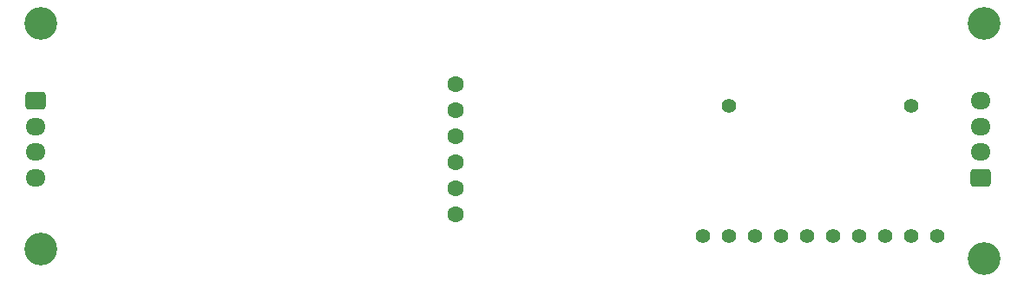
<source format=gbr>
%TF.GenerationSoftware,KiCad,Pcbnew,(6.0.11)*%
%TF.CreationDate,2023-02-20T15:08:45+09:00*%
%TF.ProjectId,airdata,61697264-6174-4612-9e6b-696361645f70,rev?*%
%TF.SameCoordinates,Original*%
%TF.FileFunction,Soldermask,Bot*%
%TF.FilePolarity,Negative*%
%FSLAX46Y46*%
G04 Gerber Fmt 4.6, Leading zero omitted, Abs format (unit mm)*
G04 Created by KiCad (PCBNEW (6.0.11)) date 2023-02-20 15:08:45*
%MOMM*%
%LPD*%
G01*
G04 APERTURE LIST*
G04 Aperture macros list*
%AMRoundRect*
0 Rectangle with rounded corners*
0 $1 Rounding radius*
0 $2 $3 $4 $5 $6 $7 $8 $9 X,Y pos of 4 corners*
0 Add a 4 corners polygon primitive as box body*
4,1,4,$2,$3,$4,$5,$6,$7,$8,$9,$2,$3,0*
0 Add four circle primitives for the rounded corners*
1,1,$1+$1,$2,$3*
1,1,$1+$1,$4,$5*
1,1,$1+$1,$6,$7*
1,1,$1+$1,$8,$9*
0 Add four rect primitives between the rounded corners*
20,1,$1+$1,$2,$3,$4,$5,0*
20,1,$1+$1,$4,$5,$6,$7,0*
20,1,$1+$1,$6,$7,$8,$9,0*
20,1,$1+$1,$8,$9,$2,$3,0*%
G04 Aperture macros list end*
%ADD10C,3.200000*%
%ADD11RoundRect,0.250000X0.725000X-0.600000X0.725000X0.600000X-0.725000X0.600000X-0.725000X-0.600000X0*%
%ADD12O,1.950000X1.700000*%
%ADD13RoundRect,0.250000X-0.725000X0.600000X-0.725000X-0.600000X0.725000X-0.600000X0.725000X0.600000X0*%
%ADD14C,1.400000*%
%ADD15C,1.600000*%
G04 APERTURE END LIST*
D10*
%TO.C,REF2*%
X195000000Y-113000000D03*
%TD*%
D11*
%TO.C,TORICA-UART1*%
X194670000Y-105080000D03*
D12*
X194670000Y-102580000D03*
X194670000Y-100080000D03*
X194670000Y-97580000D03*
%TD*%
D10*
%TO.C,REF1*%
X195000000Y-90000000D03*
%TD*%
D13*
%TO.C,PitotTube1*%
X102510000Y-97580000D03*
D12*
X102510000Y-100080000D03*
X102510000Y-102580000D03*
X102510000Y-105080000D03*
%TD*%
D10*
%TO.C,REF3*%
X103000000Y-90000000D03*
%TD*%
%TO.C,REF4*%
X103000000Y-112000000D03*
%TD*%
D14*
%TO.C,J1*%
X167570000Y-110730000D03*
X170110000Y-110730000D03*
X172650000Y-110730000D03*
X175190000Y-110730000D03*
X177730000Y-110730000D03*
X180270000Y-110730000D03*
X182810000Y-110730000D03*
X185350000Y-110730000D03*
X187890000Y-110730000D03*
X190430000Y-110730000D03*
X187890000Y-98030000D03*
X170110000Y-98030000D03*
%TD*%
D15*
%TO.C,U1*%
X143440000Y-95945000D03*
X143440000Y-98485000D03*
X143440000Y-101025000D03*
X143440000Y-103565000D03*
X143440000Y-106105000D03*
X143440000Y-108645000D03*
%TD*%
M02*

</source>
